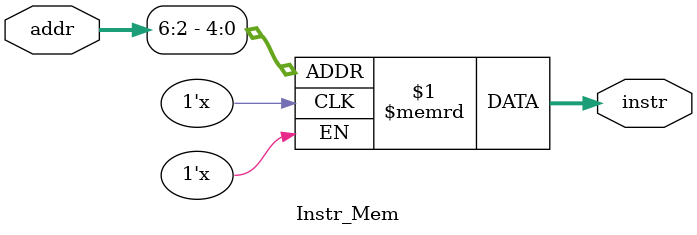
<source format=v>
module Instr_Mem (
    input  [31:0] addr,
    output [31:0] instr
);

    reg [31:0] IM[0:31];
    assign instr = IM[addr[6:2]];
    
endmodule
</source>
